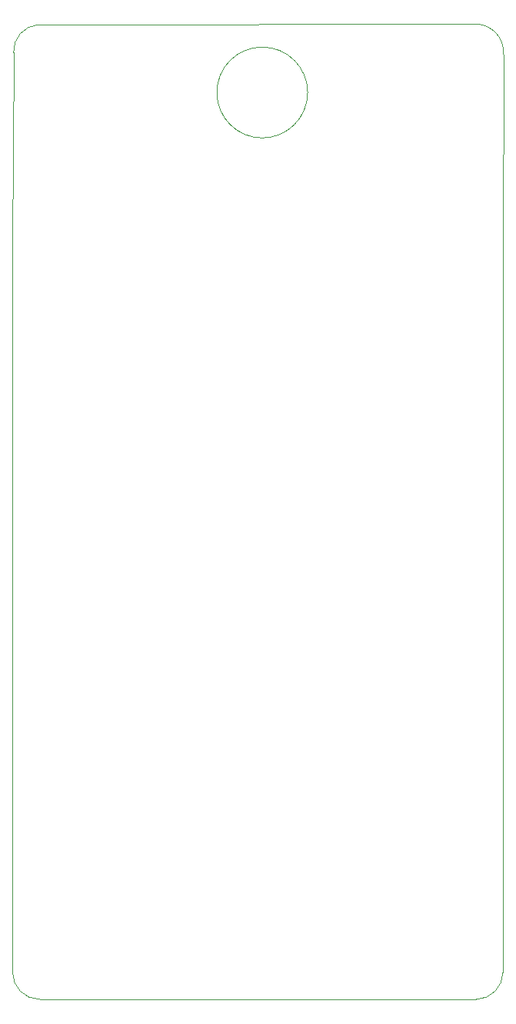
<source format=gbr>
%TF.GenerationSoftware,KiCad,Pcbnew,8.0.8-8.0.8-0~ubuntu22.04.1*%
%TF.CreationDate,2025-02-06T23:59:06-05:00*%
%TF.ProjectId,F50FQLOJRETY30F,46353046-514c-44f4-9a52-455459333046,rev?*%
%TF.SameCoordinates,Original*%
%TF.FileFunction,Profile,NP*%
%FSLAX46Y46*%
G04 Gerber Fmt 4.6, Leading zero omitted, Abs format (unit mm)*
G04 Created by KiCad (PCBNEW 8.0.8-8.0.8-0~ubuntu22.04.1) date 2025-02-06 23:59:06*
%MOMM*%
%LPD*%
G01*
G04 APERTURE LIST*
%TA.AperFunction,Profile*%
%ADD10C,0.050000*%
%TD*%
G04 APERTURE END LIST*
D10*
X154000000Y-48000000D02*
G75*
G02*
X144000000Y-48000000I-5000000J0D01*
G01*
X144000000Y-48000000D02*
G75*
G02*
X154000000Y-48000000I5000000J0D01*
G01*
X121612316Y-43619230D02*
G75*
G02*
X124371319Y-40525487I2965049J132879D01*
G01*
X172487091Y-40474513D02*
X124371319Y-40525486D01*
X172487091Y-40474513D02*
G75*
G02*
X175538404Y-43820480I-1J-3064288D01*
G01*
X121501100Y-65203600D02*
X121612316Y-43619230D01*
X175501100Y-65953600D02*
X175538404Y-43820480D01*
X124501100Y-147803600D02*
G75*
G02*
X121501100Y-144803600I0J3000000D01*
G01*
X121501100Y-65203600D02*
X121501100Y-144803600D01*
X175501100Y-144803600D02*
G75*
G02*
X172501100Y-147803600I-3000000J0D01*
G01*
X175501100Y-144803600D02*
X175501100Y-65953600D01*
X124501100Y-147803600D02*
X172501100Y-147803600D01*
M02*

</source>
